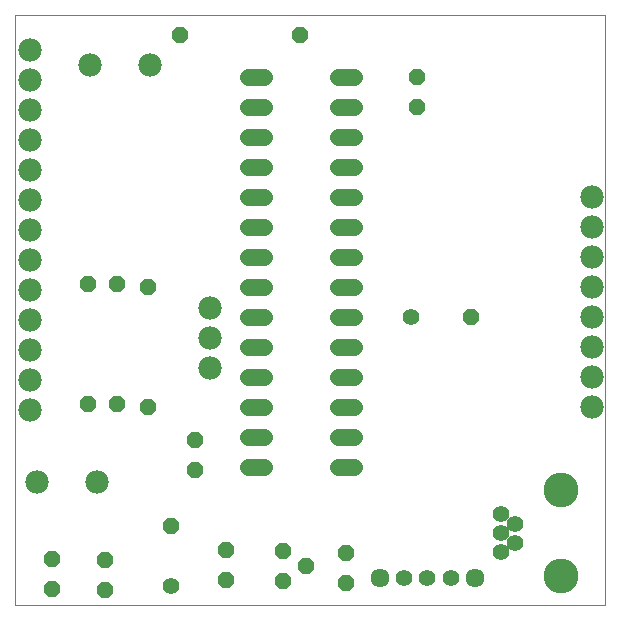
<source format=gts>
G04 EAGLE Gerber X2 export*
%TF.Part,Single*%
%TF.FileFunction,Other,Solder Mask top*%
%TF.FilePolarity,Positive*%
%TF.GenerationSoftware,Autodesk,EAGLE,8.7.1*%
%TF.CreationDate,2018-04-17T03:08:07Z*%
G75*
%MOMM*%
%FSLAX34Y34*%
%LPD*%
%AMOC8*
5,1,8,0,0,1.08239X$1,22.5*%
G01*
%ADD10C,0.000000*%
%ADD11P,1.539592X8X292.500000*%
%ADD12P,1.539592X8X112.500000*%
%ADD13C,1.422400*%
%ADD14P,1.539592X8X22.500000*%
%ADD15C,1.409600*%
%ADD16C,2.951600*%
%ADD17C,1.981200*%
%ADD18C,1.422400*%
%ADD19C,1.609600*%


D10*
X0Y0D02*
X500000Y0D01*
X500000Y500000D01*
X0Y500000D01*
X0Y0D01*
D11*
X340360Y447040D03*
X340360Y421640D03*
X152400Y139700D03*
X152400Y114300D03*
X280670Y44450D03*
X280670Y19050D03*
D12*
X179070Y21590D03*
X179070Y46990D03*
D13*
X335280Y243840D03*
D14*
X386080Y243840D03*
D13*
X132080Y16510D03*
D12*
X132080Y67310D03*
D15*
X411280Y44960D03*
X411280Y60960D03*
X411280Y76960D03*
X423280Y52960D03*
X423280Y68960D03*
D16*
X462280Y97460D03*
X462280Y24460D03*
D17*
X488950Y167640D03*
X488950Y193040D03*
X488950Y218440D03*
X488950Y243840D03*
X488950Y269240D03*
X488950Y294640D03*
X488950Y320040D03*
X488950Y345440D03*
X12700Y165100D03*
X12700Y190500D03*
X12700Y215900D03*
X12700Y241300D03*
X12700Y266700D03*
X12700Y292100D03*
X12700Y317500D03*
X12700Y342900D03*
D12*
X76200Y12700D03*
X76200Y38100D03*
X31750Y13970D03*
X31750Y39370D03*
D11*
X113030Y269240D03*
X113030Y167640D03*
X86360Y271780D03*
X86360Y170180D03*
D14*
X139700Y482600D03*
X241300Y482600D03*
D12*
X62230Y170180D03*
X62230Y271780D03*
D18*
X197866Y447040D02*
X211074Y447040D01*
X211074Y421640D02*
X197866Y421640D01*
X197866Y396240D02*
X211074Y396240D01*
X211074Y370840D02*
X197866Y370840D01*
X197866Y345440D02*
X211074Y345440D01*
X211074Y320040D02*
X197866Y320040D01*
X197866Y294640D02*
X211074Y294640D01*
X211074Y269240D02*
X197866Y269240D01*
X197866Y243840D02*
X211074Y243840D01*
X211074Y218440D02*
X197866Y218440D01*
X197866Y193040D02*
X211074Y193040D01*
X211074Y167640D02*
X197866Y167640D01*
X197866Y142240D02*
X211074Y142240D01*
X211074Y116840D02*
X197866Y116840D01*
X274066Y116840D02*
X287274Y116840D01*
X287274Y142240D02*
X274066Y142240D01*
X274066Y167640D02*
X287274Y167640D01*
X287274Y193040D02*
X274066Y193040D01*
X274066Y218440D02*
X287274Y218440D01*
X287274Y243840D02*
X274066Y243840D01*
X274066Y269240D02*
X287274Y269240D01*
X287274Y294640D02*
X274066Y294640D01*
X274066Y320040D02*
X287274Y320040D01*
X287274Y345440D02*
X274066Y345440D01*
X274066Y370840D02*
X287274Y370840D01*
X287274Y396240D02*
X274066Y396240D01*
X274066Y421640D02*
X287274Y421640D01*
X287274Y447040D02*
X274066Y447040D01*
D19*
X309250Y22860D03*
X389250Y22860D03*
D15*
X329250Y22860D03*
X349250Y22860D03*
X369250Y22860D03*
D11*
X227330Y20320D03*
X246380Y33020D03*
X227330Y45720D03*
D17*
X63500Y457200D03*
X114300Y457200D03*
X69850Y104140D03*
X19050Y104140D03*
X12700Y469900D03*
X12700Y444500D03*
X12700Y419100D03*
X12700Y393700D03*
X12700Y368300D03*
X165100Y200660D03*
X165100Y226060D03*
X165100Y251460D03*
M02*

</source>
